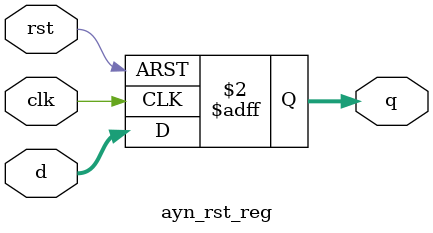
<source format=v>
module ayn_rst_reg(clk,rst,d,q);

	input clk,rst;
	input [3:0] d;
	output reg [3:0] q;
	
	always@(posedge clk or posedge rst)
	begin
	
	   if(rst)
	      q <= 4'b0000;
		else
           q <= d;
  
    end

endmodule	

</source>
